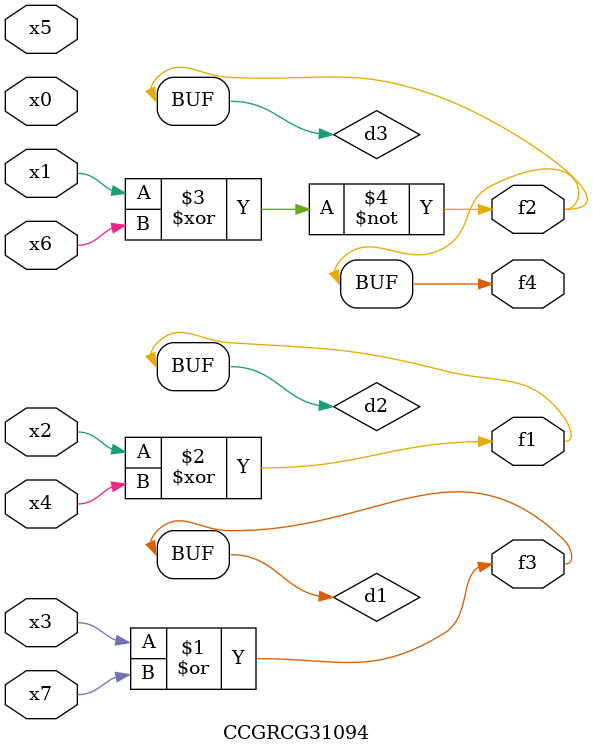
<source format=v>
module CCGRCG31094(
	input x0, x1, x2, x3, x4, x5, x6, x7,
	output f1, f2, f3, f4
);

	wire d1, d2, d3;

	or (d1, x3, x7);
	xor (d2, x2, x4);
	xnor (d3, x1, x6);
	assign f1 = d2;
	assign f2 = d3;
	assign f3 = d1;
	assign f4 = d3;
endmodule

</source>
